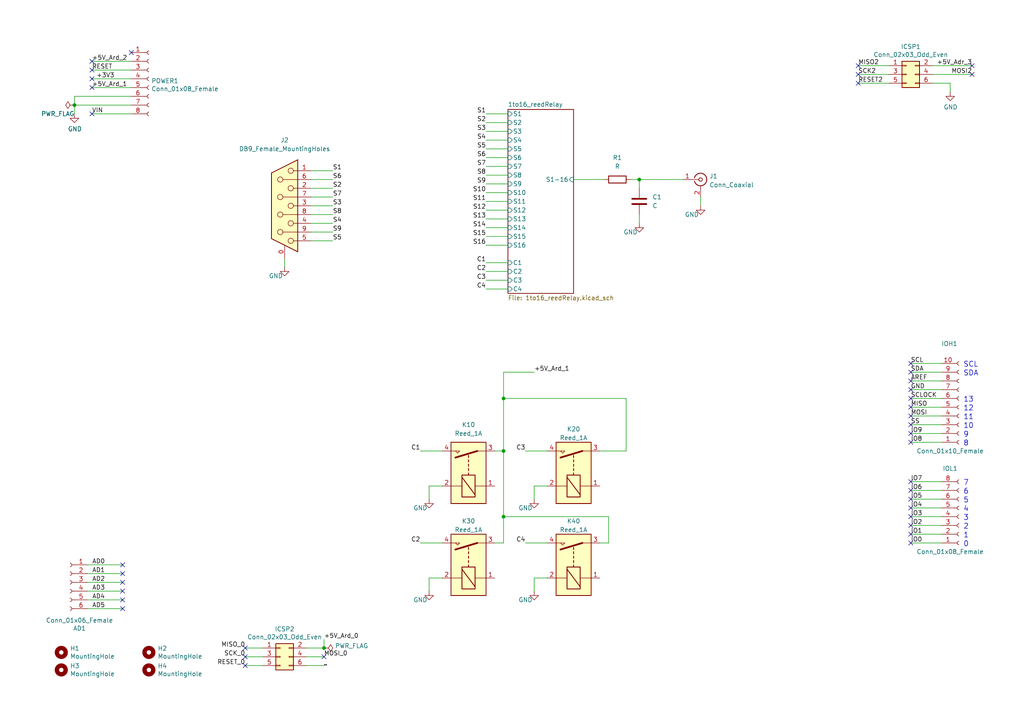
<source format=kicad_sch>
(kicad_sch (version 20211123) (generator eeschema)
  (paper "A4")
  (lib_symbols
    (symbol "Connector:Conn_01x06_Female" (pin_names (offset 1.016) hide)
      (property "Reference" "J" (at 0 7.62 0))
      (property "Value" "Conn_01x06_Female" (at 0 -10.16 0))
      (symbol "Conn_01x06_Female_1_1"
        (arc (start 0 -7.112) (mid -0.508 -7.62) (end 0 -8.128) (stroke (width 0.1524)))
        (arc (start 0 -4.572) (mid -0.508 -5.08) (end 0 -5.588) (stroke (width 0.1524)))
        (arc (start 0 -2.032) (mid -0.508 -2.54) (end 0 -3.048) (stroke (width 0.1524)))
        (polyline (pts (xy -1.27 -7.62) (xy -0.508 -7.62)) (stroke (width 0.1524)))
        (polyline (pts (xy -1.27 -5.08) (xy -0.508 -5.08)) (stroke (width 0.1524)))
        (polyline (pts (xy -1.27 -2.54) (xy -0.508 -2.54)) (stroke (width 0.1524)))
        (polyline (pts (xy -1.27 0) (xy -0.508 0)) (stroke (width 0.1524)))
        (polyline (pts (xy -1.27 2.54) (xy -0.508 2.54)) (stroke (width 0.1524)))
        (polyline (pts (xy -1.27 5.08) (xy -0.508 5.08)) (stroke (width 0.1524)))
        (arc (start 0 0.508) (mid -0.508 0) (end 0 -0.508) (stroke (width 0.1524)))
        (arc (start 0 3.048) (mid -0.508 2.54) (end 0 2.032) (stroke (width 0.1524)))
        (arc (start 0 5.588) (mid -0.508 5.08) (end 0 4.572) (stroke (width 0.1524)))
        (pin passive line (at -5.08 5.08 0) (length 3.81) (name "Pin_1") (number "1"))
        (pin passive line (at -5.08 2.54 0) (length 3.81) (name "Pin_2") (number "2"))
        (pin passive line (at -5.08 0 0) (length 3.81) (name "Pin_3") (number "3"))
        (pin passive line (at -5.08 -2.54 0) (length 3.81) (name "Pin_4") (number "4"))
        (pin passive line (at -5.08 -5.08 0) (length 3.81) (name "Pin_5") (number "5"))
        (pin passive line (at -5.08 -7.62 0) (length 3.81) (name "Pin_6") (number "6"))
      )
    )
    (symbol "Connector:Conn_01x08_Female" (pin_names (offset 1.016) hide)
      (property "Reference" "J" (at 0 10.16 0))
      (property "Value" "Conn_01x08_Female" (at 0 -12.7 0))
      (symbol "Conn_01x08_Female_1_1"
        (arc (start 0 -9.652) (mid -0.508 -10.16) (end 0 -10.668) (stroke (width 0.1524)))
        (arc (start 0 -7.112) (mid -0.508 -7.62) (end 0 -8.128) (stroke (width 0.1524)))
        (arc (start 0 -4.572) (mid -0.508 -5.08) (end 0 -5.588) (stroke (width 0.1524)))
        (arc (start 0 -2.032) (mid -0.508 -2.54) (end 0 -3.048) (stroke (width 0.1524)))
        (polyline (pts (xy -1.27 -10.16) (xy -0.508 -10.16)) (stroke (width 0.1524)))
        (polyline (pts (xy -1.27 -7.62) (xy -0.508 -7.62)) (stroke (width 0.1524)))
        (polyline (pts (xy -1.27 -5.08) (xy -0.508 -5.08)) (stroke (width 0.1524)))
        (polyline (pts (xy -1.27 -2.54) (xy -0.508 -2.54)) (stroke (width 0.1524)))
        (polyline (pts (xy -1.27 0) (xy -0.508 0)) (stroke (width 0.1524)))
        (polyline (pts (xy -1.27 2.54) (xy -0.508 2.54)) (stroke (width 0.1524)))
        (polyline (pts (xy -1.27 5.08) (xy -0.508 5.08)) (stroke (width 0.1524)))
        (polyline (pts (xy -1.27 7.62) (xy -0.508 7.62)) (stroke (width 0.1524)))
        (arc (start 0 0.508) (mid -0.508 0) (end 0 -0.508) (stroke (width 0.1524)))
        (arc (start 0 3.048) (mid -0.508 2.54) (end 0 2.032) (stroke (width 0.1524)))
        (arc (start 0 5.588) (mid -0.508 5.08) (end 0 4.572) (stroke (width 0.1524)))
        (arc (start 0 8.128) (mid -0.508 7.62) (end 0 7.112) (stroke (width 0.1524)))
        (pin passive line (at -5.08 7.62 0) (length 3.81) (name "Pin_1") (number "1"))
        (pin passive line (at -5.08 5.08 0) (length 3.81) (name "Pin_2") (number "2"))
        (pin passive line (at -5.08 2.54 0) (length 3.81) (name "Pin_3") (number "3"))
        (pin passive line (at -5.08 0 0) (length 3.81) (name "Pin_4") (number "4"))
        (pin passive line (at -5.08 -2.54 0) (length 3.81) (name "Pin_5") (number "5"))
        (pin passive line (at -5.08 -5.08 0) (length 3.81) (name "Pin_6") (number "6"))
        (pin passive line (at -5.08 -7.62 0) (length 3.81) (name "Pin_7") (number "7"))
        (pin passive line (at -5.08 -10.16 0) (length 3.81) (name "Pin_8") (number "8"))
      )
    )
    (symbol "Connector:Conn_01x10_Female" (pin_names (offset 1.016) hide)
      (property "Reference" "J" (at 0 12.7 0))
      (property "Value" "Conn_01x10_Female" (at 0 -15.24 0))
      (symbol "Conn_01x10_Female_1_1"
        (arc (start 0 -12.192) (mid -0.508 -12.7) (end 0 -13.208) (stroke (width 0.1524)))
        (arc (start 0 -9.652) (mid -0.508 -10.16) (end 0 -10.668) (stroke (width 0.1524)))
        (arc (start 0 -7.112) (mid -0.508 -7.62) (end 0 -8.128) (stroke (width 0.1524)))
        (arc (start 0 -4.572) (mid -0.508 -5.08) (end 0 -5.588) (stroke (width 0.1524)))
        (arc (start 0 -2.032) (mid -0.508 -2.54) (end 0 -3.048) (stroke (width 0.1524)))
        (polyline (pts (xy -1.27 -12.7) (xy -0.508 -12.7)) (stroke (width 0.1524)))
        (polyline (pts (xy -1.27 -10.16) (xy -0.508 -10.16)) (stroke (width 0.1524)))
        (polyline (pts (xy -1.27 -7.62) (xy -0.508 -7.62)) (stroke (width 0.1524)))
        (polyline (pts (xy -1.27 -5.08) (xy -0.508 -5.08)) (stroke (width 0.1524)))
        (polyline (pts (xy -1.27 -2.54) (xy -0.508 -2.54)) (stroke (width 0.1524)))
        (polyline (pts (xy -1.27 0) (xy -0.508 0)) (stroke (width 0.1524)))
        (polyline (pts (xy -1.27 2.54) (xy -0.508 2.54)) (stroke (width 0.1524)))
        (polyline (pts (xy -1.27 5.08) (xy -0.508 5.08)) (stroke (width 0.1524)))
        (polyline (pts (xy -1.27 7.62) (xy -0.508 7.62)) (stroke (width 0.1524)))
        (polyline (pts (xy -1.27 10.16) (xy -0.508 10.16)) (stroke (width 0.1524)))
        (arc (start 0 0.508) (mid -0.508 0) (end 0 -0.508) (stroke (width 0.1524)))
        (arc (start 0 3.048) (mid -0.508 2.54) (end 0 2.032) (stroke (width 0.1524)))
        (arc (start 0 5.588) (mid -0.508 5.08) (end 0 4.572) (stroke (width 0.1524)))
        (arc (start 0 8.128) (mid -0.508 7.62) (end 0 7.112) (stroke (width 0.1524)))
        (arc (start 0 10.668) (mid -0.508 10.16) (end 0 9.652) (stroke (width 0.1524)))
        (pin passive line (at -5.08 10.16 0) (length 3.81) (name "Pin_1") (number "1"))
        (pin passive line (at -5.08 -12.7 0) (length 3.81) (name "Pin_10") (number "10"))
        (pin passive line (at -5.08 7.62 0) (length 3.81) (name "Pin_2") (number "2"))
        (pin passive line (at -5.08 5.08 0) (length 3.81) (name "Pin_3") (number "3"))
        (pin passive line (at -5.08 2.54 0) (length 3.81) (name "Pin_4") (number "4"))
        (pin passive line (at -5.08 0 0) (length 3.81) (name "Pin_5") (number "5"))
        (pin passive line (at -5.08 -2.54 0) (length 3.81) (name "Pin_6") (number "6"))
        (pin passive line (at -5.08 -5.08 0) (length 3.81) (name "Pin_7") (number "7"))
        (pin passive line (at -5.08 -7.62 0) (length 3.81) (name "Pin_8") (number "8"))
        (pin passive line (at -5.08 -10.16 0) (length 3.81) (name "Pin_9") (number "9"))
      )
    )
    (symbol "Connector:Conn_Coaxial" (pin_names (offset 1.016) hide)
      (property "Reference" "J" (at 0.254 3.048 0))
      (property "Value" "Conn_Coaxial" (at 2.921 0 90))
      (symbol "Conn_Coaxial_0_1"
        (arc (start -1.778 -0.508) (mid 0.222 -1.808) (end 1.778 0) (stroke (width 0.254)))
        (polyline (pts (xy -2.54 0) (xy -0.508 0)))
        (polyline (pts (xy 0 -2.54) (xy 0 -1.778)))
        (circle (center 0 0) (radius 0.508) (stroke (width 0.2032)))
        (arc (start 1.778 0) (mid 0.222 1.8083) (end -1.778 0.508) (stroke (width 0.254)))
      )
      (symbol "Conn_Coaxial_1_1"
        (pin passive line (at -5.08 0 0) (length 2.54) (name "In") (number "1"))
        (pin passive line (at 0 -5.08 90) (length 2.54) (name "Ext") (number "2"))
      )
    )
    (symbol "Connector:DB9_Female_MountingHoles" (pin_names (offset 1.016) hide)
      (property "Reference" "J" (at 0 16.51 0))
      (property "Value" "DB9_Female_MountingHoles" (at 0 14.605 0))
      (symbol "DB9_Female_MountingHoles_0_1"
        (circle (center -1.778 -10.16) (radius 0.762))
        (circle (center -1.778 -5.08) (radius 0.762))
        (circle (center -1.778 0) (radius 0.762))
        (circle (center -1.778 5.08) (radius 0.762))
        (circle (center -1.778 10.16) (radius 0.762))
        (polyline (pts (xy -3.81 -10.16) (xy -2.54 -10.16)))
        (polyline (pts (xy -3.81 -7.62) (xy 0.508 -7.62)))
        (polyline (pts (xy -3.81 -5.08) (xy -2.54 -5.08)))
        (polyline (pts (xy -3.81 -2.54) (xy 0.508 -2.54)))
        (polyline (pts (xy -3.81 0) (xy -2.54 0)))
        (polyline (pts (xy -3.81 2.54) (xy 0.508 2.54)))
        (polyline (pts (xy -3.81 5.08) (xy -2.54 5.08)))
        (polyline (pts (xy -3.81 7.62) (xy 0.508 7.62)))
        (polyline (pts (xy -3.81 10.16) (xy -2.54 10.16)))
        (polyline (pts (xy -3.81 13.335) (xy -3.81 -13.335) (xy 3.81 -9.525) (xy 3.81 9.525) (xy -3.81 13.335)) (stroke (width 0.254)) (fill (type background)))
        (circle (center 1.27 -7.62) (radius 0.762))
        (circle (center 1.27 -2.54) (radius 0.762))
        (circle (center 1.27 2.54) (radius 0.762))
        (circle (center 1.27 7.62) (radius 0.762))
      )
      (symbol "DB9_Female_MountingHoles_1_1"
        (pin passive line (at 0 -15.24 90) (length 3.81) (name "PAD") (number "0"))
        (pin passive line (at -7.62 10.16 0) (length 3.81) (name "1") (number "1"))
        (pin passive line (at -7.62 5.08 0) (length 3.81) (name "2") (number "2"))
        (pin passive line (at -7.62 0 0) (length 3.81) (name "3") (number "3"))
        (pin passive line (at -7.62 -5.08 0) (length 3.81) (name "4") (number "4"))
        (pin passive line (at -7.62 -10.16 0) (length 3.81) (name "5") (number "5"))
        (pin passive line (at -7.62 7.62 0) (length 3.81) (name "6") (number "6"))
        (pin passive line (at -7.62 2.54 0) (length 3.81) (name "7") (number "7"))
        (pin passive line (at -7.62 -2.54 0) (length 3.81) (name "8") (number "8"))
        (pin passive line (at -7.62 -7.62 0) (length 3.81) (name "9") (number "9"))
      )
    )
    (symbol "Connector_Generic:Conn_02x03_Odd_Even" (pin_names (offset 1.016) hide)
      (property "Reference" "J" (at 1.27 5.08 0))
      (property "Value" "Conn_02x03_Odd_Even" (at 1.27 -5.08 0))
      (symbol "Conn_02x03_Odd_Even_1_1"
        (rectangle (start -1.27 -2.413) (end 0 -2.667) (stroke (width 0.1524)))
        (rectangle (start -1.27 0.127) (end 0 -0.127) (stroke (width 0.1524)))
        (rectangle (start -1.27 2.667) (end 0 2.413) (stroke (width 0.1524)))
        (rectangle (start -1.27 3.81) (end 3.81 -3.81) (stroke (width 0.254)) (fill (type background)))
        (rectangle (start 3.81 -2.413) (end 2.54 -2.667) (stroke (width 0.1524)))
        (rectangle (start 3.81 0.127) (end 2.54 -0.127) (stroke (width 0.1524)))
        (rectangle (start 3.81 2.667) (end 2.54 2.413) (stroke (width 0.1524)))
        (pin passive line (at -5.08 2.54 0) (length 3.81) (name "Pin_1") (number "1"))
        (pin passive line (at 7.62 2.54 180) (length 3.81) (name "Pin_2") (number "2"))
        (pin passive line (at -5.08 0 0) (length 3.81) (name "Pin_3") (number "3"))
        (pin passive line (at 7.62 0 180) (length 3.81) (name "Pin_4") (number "4"))
        (pin passive line (at -5.08 -2.54 0) (length 3.81) (name "Pin_5") (number "5"))
        (pin passive line (at 7.62 -2.54 180) (length 3.81) (name "Pin_6") (number "6"))
      )
    )
    (symbol "Device:C" (pin_numbers hide) (pin_names (offset 0.254))
      (property "Reference" "C" (at 0.635 2.54 0))
      (property "Value" "C" (at 0.635 -2.54 0))
      (symbol "C_0_1"
        (polyline (pts (xy -2.032 -0.762) (xy 2.032 -0.762)) (stroke (width 0.508)))
        (polyline (pts (xy -2.032 0.762) (xy 2.032 0.762)) (stroke (width 0.508)))
      )
      (symbol "C_1_1"
        (pin passive line (at 0 3.81 270) (length 2.794) (name "~") (number "1"))
        (pin passive line (at 0 -3.81 90) (length 2.794) (name "~") (number "2"))
      )
    )
    (symbol "Device:R" (pin_numbers hide) (pin_names (offset 0))
      (property "Reference" "R" (at 2.032 0 90))
      (property "Value" "R" (at 0 0 90))
      (symbol "R_0_1"
        (rectangle (start -1.016 -2.54) (end 1.016 2.54) (stroke (width 0.254)))
      )
      (symbol "R_1_1"
        (pin passive line (at 0 3.81 270) (length 1.27) (name "~") (number "1"))
        (pin passive line (at 0 -3.81 90) (length 1.27) (name "~") (number "2"))
      )
    )
    (symbol "LibPersoNadj:Relay_reed_SPST_1A_small"
      (property "Reference" "K20" (at 0 8.89 90))
      (property "Value" "Relay_reed_SPST_1A_small" (at 0 10.16 90))
      (symbol "Relay_reed_SPST_1A_small_0_0"
        (polyline (pts (xy 5.08 5.08) (xy 5.08 2.54) (xy 4.445 3.175) (xy 5.08 3.81)))
      )
      (symbol "Relay_reed_SPST_1A_small_0_1"
        (rectangle (start -10.16 5.08) (end 7.62 -5.08) (stroke (width 0.254)) (fill (type background)))
        (rectangle (start -8.255 1.905) (end -1.905 -1.905) (stroke (width 0.254)))
        (polyline (pts (xy -7.62 -1.905) (xy -2.54 1.905)) (stroke (width 0.254)))
        (polyline (pts (xy -5.08 -5.08) (xy -5.08 -1.905)))
        (polyline (pts (xy -5.08 5.08) (xy -5.08 1.905)))
        (polyline (pts (xy -1.905 0) (xy -1.27 0)) (stroke (width 0.254)))
        (polyline (pts (xy -0.635 0) (xy 0 0)) (stroke (width 0.254)))
        (polyline (pts (xy 0.635 0) (xy 1.27 0)) (stroke (width 0.254)))
        (polyline (pts (xy 1.905 0) (xy 2.54 0)) (stroke (width 0.254)))
        (polyline (pts (xy 3.175 0) (xy 3.81 0)) (stroke (width 0.254)))
        (polyline (pts (xy 5.08 -2.54) (xy 3.175 3.81)) (stroke (width 0.508)))
        (polyline (pts (xy 5.08 -2.54) (xy 5.08 -5.08)))
      )
      (symbol "Relay_reed_SPST_1A_small_1_1"
        (pin passive line (at -5.08 -7.62 90) (length 2.54) (name "~") (number "1"))
        (pin passive line (at -5.08 7.62 270) (length 2.54) (name "~") (number "2"))
        (pin passive line (at 5.08 -7.62 90) (length 2.54) (name "~") (number "3"))
        (pin passive line (at 5.08 7.62 270) (length 2.54) (name "~") (number "4"))
      )
    )
    (symbol "Mechanical:MountingHole" (pin_names (offset 1.016))
      (property "Reference" "H" (at 0 5.08 0))
      (property "Value" "MountingHole" (at 0 3.175 0))
      (symbol "MountingHole_0_1"
        (circle (center 0 0) (radius 1.27) (stroke (width 1.27)))
      )
    )
    (symbol "power:GND" (power) (pin_names (offset 0))
      (property "Value" "GND" (at 0 -3.81 0))
      (symbol "GND_0_1"
        (polyline (pts (xy 0 0) (xy 0 -1.27) (xy 1.27 -1.27) (xy 0 -2.54) (xy -1.27 -1.27) (xy 0 -1.27)))
      )
      (symbol "GND_1_1"
        (pin power_in line (at 0 0 270) (length 0) hide (name "GND") (number "1"))
      )
    )
    (symbol "power:PWR_FLAG" (power) (pin_numbers hide) (pin_names (offset 0) hide)
      (property "Value" "PWR_FLAG" (at 0 3.81 0))
      (symbol "PWR_FLAG_0_0"
        (pin power_out line (at 0 0 90) (length 0) (name "pwr") (number "1"))
      )
      (symbol "PWR_FLAG_0_1"
        (polyline (pts (xy 0 0) (xy 0 1.27) (xy -1.016 1.905) (xy 0 2.54) (xy 1.016 1.905) (xy 0 1.27)))
      )
    )
  )
  (junction (at 146.05 130.81))
  (junction (at 146.05 149.86))
  (junction (at 185.42 52.07))
  (junction (at 93.98 187.96))
  (junction (at 21.59 30.48))
  (junction (at 146.05 115.57))
  (no_connect (at 35.56 168.91))
  (no_connect (at 248.92 21.59))
  (no_connect (at 264.16 110.49))
  (no_connect (at 35.56 176.53))
  (no_connect (at 264.16 152.4))
  (no_connect (at 264.16 149.86))
  (no_connect (at 35.56 163.83))
  (no_connect (at 35.56 171.45))
  (no_connect (at 26.67 20.32))
  (no_connect (at 264.16 107.95))
  (no_connect (at 26.67 22.86))
  (no_connect (at 38.1 15.24))
  (no_connect (at 71.12 193.04))
  (no_connect (at 264.16 157.48))
  (no_connect (at 264.16 123.19))
  (no_connect (at 264.16 113.03))
  (no_connect (at 264.16 118.11))
  (no_connect (at 264.16 115.57))
  (no_connect (at 264.16 120.65))
  (no_connect (at 264.16 125.73))
  (no_connect (at 264.16 128.27))
  (no_connect (at 264.16 147.32))
  (no_connect (at 264.16 144.78))
  (no_connect (at 264.16 139.7))
  (no_connect (at 264.16 142.24))
  (no_connect (at 26.67 17.78))
  (no_connect (at 281.94 19.05))
  (no_connect (at 71.12 187.96))
  (no_connect (at 35.56 166.37))
  (no_connect (at 248.92 24.13))
  (no_connect (at 26.67 25.4))
  (no_connect (at 248.92 19.05))
  (no_connect (at 71.12 190.5))
  (no_connect (at 26.67 33.02))
  (no_connect (at 281.94 21.59))
  (no_connect (at 264.16 105.41))
  (no_connect (at 264.16 154.94))
  (no_connect (at 35.56 173.99))
  (no_connect (at 93.98 190.5))
  (wire (pts (xy 264.16 152.4) (xy 273.05 152.4)))
  (wire (pts (xy 140.97 33.02) (xy 147.32 33.02)))
  (wire (pts (xy 185.42 52.07) (xy 185.42 54.61)))
  (wire (pts (xy 140.97 48.26) (xy 147.32 48.26)))
  (wire (pts (xy 90.17 64.77) (xy 96.52 64.77)))
  (wire (pts (xy 176.53 149.86) (xy 146.05 149.86)))
  (wire (pts (xy 146.05 149.86) (xy 146.05 157.48)))
  (wire (pts (xy 140.97 45.72) (xy 147.32 45.72)))
  (wire (pts (xy 140.97 50.8) (xy 147.32 50.8)))
  (wire (pts (xy 173.99 130.81) (xy 181.61 130.81)))
  (wire (pts (xy 90.17 62.23) (xy 96.52 62.23)))
  (wire (pts (xy 140.97 55.88) (xy 147.32 55.88)))
  (wire (pts (xy 76.2 190.5) (xy 71.12 190.5)))
  (wire (pts (xy 140.97 83.82) (xy 147.32 83.82)))
  (wire (pts (xy 21.59 27.94) (xy 21.59 30.48)))
  (wire (pts (xy 264.16 128.27) (xy 273.05 128.27)))
  (wire (pts (xy 264.16 154.94) (xy 273.05 154.94)))
  (wire (pts (xy 93.98 193.04) (xy 88.9 193.04)))
  (wire (pts (xy 76.2 187.96) (xy 71.12 187.96)))
  (wire (pts (xy 88.9 190.5) (xy 93.98 190.5)))
  (wire (pts (xy 140.97 35.56) (xy 147.32 35.56)))
  (wire (pts (xy 140.97 68.58) (xy 147.32 68.58)))
  (wire (pts (xy 264.16 144.78) (xy 273.05 144.78)))
  (wire (pts (xy 264.16 110.49) (xy 273.05 110.49)))
  (wire (pts (xy 124.46 167.64) (xy 124.46 171.45)))
  (wire (pts (xy 182.88 52.07) (xy 185.42 52.07)))
  (wire (pts (xy 143.51 130.81) (xy 146.05 130.81)))
  (wire (pts (xy 264.16 105.41) (xy 273.05 105.41)))
  (wire (pts (xy 270.51 21.59) (xy 281.94 21.59)))
  (wire (pts (xy 158.75 140.97) (xy 154.94 140.97)))
  (wire (pts (xy 264.16 115.57) (xy 273.05 115.57)))
  (wire (pts (xy 264.16 120.65) (xy 273.05 120.65)))
  (wire (pts (xy 264.16 118.11) (xy 273.05 118.11)))
  (wire (pts (xy 270.51 19.05) (xy 281.94 19.05)))
  (wire (pts (xy 90.17 54.61) (xy 96.52 54.61)))
  (wire (pts (xy 173.99 157.48) (xy 176.53 157.48)))
  (wire (pts (xy 140.97 60.96) (xy 147.32 60.96)))
  (wire (pts (xy 264.16 142.24) (xy 273.05 142.24)))
  (wire (pts (xy 25.4 163.83) (xy 35.56 163.83)))
  (wire (pts (xy 152.4 157.48) (xy 158.75 157.48)))
  (wire (pts (xy 90.17 49.53) (xy 96.52 49.53)))
  (wire (pts (xy 128.27 140.97) (xy 124.46 140.97)))
  (wire (pts (xy 146.05 130.81) (xy 146.05 149.86)))
  (wire (pts (xy 140.97 71.12) (xy 147.32 71.12)))
  (wire (pts (xy 26.67 17.78) (xy 38.1 17.78)))
  (wire (pts (xy 140.97 76.2) (xy 147.32 76.2)))
  (wire (pts (xy 121.92 130.81) (xy 128.27 130.81)))
  (wire (pts (xy 21.59 30.48) (xy 21.59 33.02)))
  (wire (pts (xy 264.16 125.73) (xy 273.05 125.73)))
  (wire (pts (xy 146.05 157.48) (xy 143.51 157.48)))
  (wire (pts (xy 90.17 57.15) (xy 96.52 57.15)))
  (wire (pts (xy 185.42 52.07) (xy 198.12 52.07)))
  (wire (pts (xy 140.97 40.64) (xy 147.32 40.64)))
  (wire (pts (xy 140.97 78.74) (xy 147.32 78.74)))
  (wire (pts (xy 273.05 113.03) (xy 264.16 113.03)))
  (wire (pts (xy 93.98 185.42) (xy 93.98 187.96)))
  (wire (pts (xy 248.92 21.59) (xy 257.81 21.59)))
  (wire (pts (xy 203.2 57.15) (xy 203.2 59.69)))
  (wire (pts (xy 264.16 139.7) (xy 273.05 139.7)))
  (wire (pts (xy 124.46 140.97) (xy 124.46 144.78)))
  (wire (pts (xy 82.55 74.93) (xy 82.55 77.47)))
  (wire (pts (xy 248.92 19.05) (xy 257.81 19.05)))
  (wire (pts (xy 154.94 167.64) (xy 154.94 171.45)))
  (wire (pts (xy 26.67 33.02) (xy 38.1 33.02)))
  (wire (pts (xy 275.59 24.13) (xy 275.59 26.67)))
  (wire (pts (xy 90.17 67.31) (xy 96.52 67.31)))
  (wire (pts (xy 35.56 166.37) (xy 25.4 166.37)))
  (wire (pts (xy 140.97 43.18) (xy 147.32 43.18)))
  (wire (pts (xy 93.98 187.96) (xy 88.9 187.96)))
  (wire (pts (xy 166.37 52.07) (xy 175.26 52.07)))
  (wire (pts (xy 146.05 107.95) (xy 146.05 115.57)))
  (wire (pts (xy 264.16 107.95) (xy 273.05 107.95)))
  (wire (pts (xy 154.94 140.97) (xy 154.94 144.78)))
  (wire (pts (xy 26.67 25.4) (xy 38.1 25.4)))
  (wire (pts (xy 185.42 62.23) (xy 185.42 64.77)))
  (wire (pts (xy 264.16 147.32) (xy 273.05 147.32)))
  (wire (pts (xy 140.97 58.42) (xy 147.32 58.42)))
  (wire (pts (xy 26.67 20.32) (xy 38.1 20.32)))
  (wire (pts (xy 264.16 123.19) (xy 273.05 123.19)))
  (wire (pts (xy 140.97 53.34) (xy 147.32 53.34)))
  (wire (pts (xy 25.4 171.45) (xy 35.56 171.45)))
  (wire (pts (xy 154.94 107.95) (xy 146.05 107.95)))
  (wire (pts (xy 176.53 157.48) (xy 176.53 149.86)))
  (wire (pts (xy 264.16 157.48) (xy 273.05 157.48)))
  (wire (pts (xy 90.17 52.07) (xy 96.52 52.07)))
  (wire (pts (xy 71.12 193.04) (xy 76.2 193.04)))
  (wire (pts (xy 38.1 27.94) (xy 21.59 27.94)))
  (wire (pts (xy 35.56 168.91) (xy 25.4 168.91)))
  (wire (pts (xy 90.17 69.85) (xy 96.52 69.85)))
  (wire (pts (xy 270.51 24.13) (xy 275.59 24.13)))
  (wire (pts (xy 181.61 115.57) (xy 146.05 115.57)))
  (wire (pts (xy 35.56 176.53) (xy 25.4 176.53)))
  (wire (pts (xy 140.97 63.5) (xy 147.32 63.5)))
  (wire (pts (xy 140.97 38.1) (xy 147.32 38.1)))
  (wire (pts (xy 128.27 167.64) (xy 124.46 167.64)))
  (wire (pts (xy 248.92 24.13) (xy 257.81 24.13)))
  (wire (pts (xy 38.1 22.86) (xy 26.67 22.86)))
  (wire (pts (xy 90.17 59.69) (xy 96.52 59.69)))
  (wire (pts (xy 158.75 167.64) (xy 154.94 167.64)))
  (wire (pts (xy 264.16 149.86) (xy 273.05 149.86)))
  (wire (pts (xy 152.4 130.81) (xy 158.75 130.81)))
  (wire (pts (xy 146.05 115.57) (xy 146.05 130.81)))
  (wire (pts (xy 38.1 30.48) (xy 21.59 30.48)))
  (wire (pts (xy 140.97 66.04) (xy 147.32 66.04)))
  (wire (pts (xy 140.97 81.28) (xy 147.32 81.28)))
  (wire (pts (xy 35.56 173.99) (xy 25.4 173.99)))
  (wire (pts (xy 121.92 157.48) (xy 128.27 157.48)))
  (wire (pts (xy 181.61 130.81) (xy 181.61 115.57)))
  (text "4" (at 279.4 148.59 0) (effects (font (size 1.4986 1.4986)) (justify left bottom)))
  (text "8" (at 279.4 129.54 0) (effects (font (size 1.4986 1.4986)) (justify left bottom)))
  (text "7" (at 279.4 140.97 0) (effects (font (size 1.4986 1.4986)) (justify left bottom)))
  (text "10" (at 279.4 124.46 0) (effects (font (size 1.4986 1.4986)) (justify left bottom)))
  (text "0" (at 279.4 158.75 0) (effects (font (size 1.4986 1.4986)) (justify left bottom)))
  (text "9" (at 279.4 127 0) (effects (font (size 1.4986 1.4986)) (justify left bottom)))
  (text "13" (at 279.4 116.84 0) (effects (font (size 1.4986 1.4986)) (justify left bottom)))
  (text "SDA" (at 279.4 109.22 0) (effects (font (size 1.4986 1.4986)) (justify left bottom)))
  (text "3" (at 279.4 151.13 0) (effects (font (size 1.4986 1.4986)) (justify left bottom)))
  (text "5" (at 279.4 146.05 0) (effects (font (size 1.4986 1.4986)) (justify left bottom)))
  (text "11" (at 279.4 121.92 0) (effects (font (size 1.4986 1.4986)) (justify left bottom)))
  (text "2" (at 279.4 153.67 0) (effects (font (size 1.4986 1.4986)) (justify left bottom)))
  (text "1" (at 279.4 156.21 0) (effects (font (size 1.4986 1.4986)) (justify left bottom)))
  (text "SCL" (at 279.4 106.68 0) (effects (font (size 1.4986 1.4986)) (justify left bottom)))
  (text "6" (at 279.4 143.51 0) (effects (font (size 1.4986 1.4986)) (justify left bottom)))
  (text "12" (at 279.4 119.38 0) (effects (font (size 1.4986 1.4986)) (justify left bottom)))
  (label "S3" (at 140.97 38.1 180))
  (label "IO5" (at 264.16 144.78 0))
  (label "S5" (at 140.97 43.18 180))
  (label "+3V3" (at 27.94 22.86 0))
  (label "C2" (at 140.97 78.74 180))
  (label "C4" (at 152.4 157.48 180))
  (label "MISO_0" (at 71.12 187.96 180))
  (label "IO8" (at 264.16 128.27 0))
  (label "AD1" (at 30.48 166.37 180))
  (label "S2" (at 96.52 54.61 0))
  (label "RESET_0" (at 71.12 193.04 180))
  (label "MOSI" (at 264.16 120.65 0))
  (label "C3" (at 140.97 81.28 180))
  (label "AD5" (at 30.48 176.53 180))
  (label "IO7" (at 264.16 139.7 0))
  (label "MISO" (at 264.16 118.11 0))
  (label "C4" (at 140.97 83.82 180))
  (label "IO9" (at 264.16 125.73 0))
  (label "SCK2" (at 248.92 21.59 0))
  (label "AREF" (at 264.16 110.49 0))
  (label "IO0" (at 264.16 157.48 0))
  (label "S16" (at 140.97 71.12 180))
  (label "+5V_Ard_0" (at 93.98 185.42 0) (effects (font (size 1.2446 1.2446))))
  (label "C1" (at 121.92 130.81 180))
  (label "S1" (at 140.97 33.02 180))
  (label "S10" (at 140.97 55.88 180))
  (label "AD3" (at 30.48 171.45 180))
  (label "+5V_Ard_1" (at 154.94 107.95 0))
  (label "S1" (at 96.52 49.53 0))
  (label "S13" (at 140.97 63.5 180))
  (label "S11" (at 140.97 58.42 180))
  (label "S9" (at 140.97 53.34 180))
  (label "S8" (at 96.52 62.23 0))
  (label "RESET" (at 26.67 20.32 0))
  (label "S15" (at 140.97 68.58 180))
  (label "SCL" (at 264.16 105.41 0))
  (label "S5" (at 96.52 69.85 0))
  (label "S6" (at 140.97 45.72 180))
  (label "IO4" (at 264.16 147.32 0))
  (label "MOSI2" (at 281.94 21.59 180))
  (label "+5V_Ard_1" (at 26.67 25.4 0))
  (label "VIN" (at 26.67 33.02 0))
  (label "S6" (at 96.52 52.07 0))
  (label "SCK_0" (at 71.12 190.5 180))
  (label "S7" (at 96.52 57.15 0))
  (label "S4" (at 96.52 64.77 0))
  (label "S4" (at 140.97 40.64 180))
  (label "IO3" (at 264.16 149.86 0))
  (label "GND" (at 264.16 113.03 0))
  (label "S2" (at 140.97 35.56 180))
  (label "SS" (at 264.16 123.19 0))
  (label "IO6" (at 264.16 142.24 0))
  (label "S7" (at 140.97 48.26 180))
  (label "IO2" (at 264.16 152.4 0))
  (label "RESET2" (at 248.92 24.13 0))
  (label "S3" (at 96.52 59.69 0))
  (label "MOSI_0" (at 93.98 190.5 0) (effects (font (size 1.2446 1.2446))))
  (label "IO1" (at 264.16 154.94 0))
  (label "MISO2" (at 248.92 19.05 0))
  (label "AD0" (at 30.48 163.83 180))
  (label "SCLOCK" (at 264.16 115.57 0))
  (label "AD2" (at 30.48 168.91 180))
  (label "+5V_Adr_3" (at 281.94 19.05 180))
  (label "SDA" (at 264.16 107.95 0))
  (label "AD4" (at 30.48 173.99 180))
  (label "S8" (at 140.97 50.8 180))
  (label "C2" (at 121.92 157.48 180))
  (label "C1" (at 140.97 76.2 180))
  (label "S14" (at 140.97 66.04 180))
  (label "+5V_Ard_2" (at 26.67 17.78 0))
  (label "GND" (at 93.98 193.04 0) (effects (font (size 0.254 0.254))))
  (label "C3" (at 152.4 130.81 180))
  (label "S9" (at 96.52 67.31 0))
  (label "S12" (at 140.97 60.96 180))
  (symbol (lib_id "Mechanical:MountingHole") (at 17.78 189.23 0) (unit 1)
    (property "Reference" "H1" (at 20.32 188.0616 0) (effects (justify left)))
    (property "Value" "MountingHole" (at 20.32 190.373 0) (effects (justify left)))
    (property "Footprint" "MountingHole:MountingHole_3mm" (effects hide))
  )
  (symbol (lib_id "Mechanical:MountingHole") (at 43.18 194.31 0) (unit 1)
    (property "Reference" "H4" (at 45.72 193.1416 0) (effects (justify left)))
    (property "Value" "MountingHole" (at 45.72 195.453 0) (effects (justify left)))
    (property "Footprint" "MountingHole:MountingHole_3mm" (effects hide))
  )
  (symbol (lib_id "Mechanical:MountingHole") (at 43.18 189.23 0) (unit 1)
    (property "Reference" "H2" (at 45.72 188.0616 0) (effects (justify left)))
    (property "Value" "MountingHole" (at 45.72 190.373 0) (effects (justify left)))
    (property "Footprint" "MountingHole:MountingHole_3mm" (effects hide))
  )
  (symbol (lib_id "Mechanical:MountingHole") (at 17.78 194.31 0) (unit 1)
    (property "Reference" "H3" (at 20.32 193.1416 0) (effects (justify left)))
    (property "Value" "MountingHole" (at 20.32 195.453 0) (effects (justify left)))
    (property "Footprint" "MountingHole:MountingHole_3mm" (effects hide))
  )
  (symbol (lib_id "Connector:Conn_01x06_Female") (at 20.32 168.91 0) (mirror y) (unit 1)
    (property "Reference" "AD1" (at 23.0632 182.245 0))
    (property "Value" "Conn_01x06_Female" (at 23.0632 179.9336 0))
    (property "Footprint" "Connector_PinHeader_2.54mm:PinHeader_1x06_P2.54mm_Vertical" (effects hide))
  )
  (symbol (lib_id "Connector:Conn_01x08_Female") (at 278.13 149.86 0) (mirror x) (unit 1)
    (property "Reference" "IOL1" (at 275.59 135.89 0))
    (property "Value" "Conn_01x08_Female" (at 275.59 160.02 0))
    (property "Footprint" "Connector_PinHeader_2.54mm:PinHeader_1x08_P2.54mm_Vertical" (effects hide))
  )
  (symbol (lib_id "Connector:Conn_01x08_Female") (at 43.18 22.86 0) (unit 1)
    (property "Reference" "POWER1" (at 43.8912 23.4696 0) (effects (justify left)))
    (property "Value" "Conn_01x08_Female" (at 43.8912 25.781 0) (effects (justify left)))
    (property "Footprint" "Connector_PinHeader_2.54mm:PinHeader_1x08_P2.54mm_Vertical" (effects hide))
  )
  (symbol (lib_id "Connector:Conn_01x10_Female") (at 278.13 118.11 0) (mirror x) (unit 1)
    (property "Reference" "IOH1" (at 275.3868 99.695 0))
    (property "Value" "Conn_01x10_Female" (at 275.59 130.81 0))
    (property "Footprint" "Connector_PinHeader_2.54mm:PinHeader_1x10_P2.54mm_Vertical" (effects hide))
  )
  (symbol (lib_id "Connector_Generic:Conn_02x03_Odd_Even") (at 262.89 21.59 0) (unit 1)
    (property "Reference" "ICSP1" (at 264.16 13.5382 0))
    (property "Value" "Conn_02x03_Odd_Even" (at 264.16 15.8496 0))
    (property "Footprint" "Connector_PinSocket_2.54mm:PinSocket_2x03_P2.54mm_Vertical" (effects hide))
  )
  (symbol (lib_id "Connector_Generic:Conn_02x03_Odd_Even") (at 81.28 190.5 0) (unit 1)
    (property "Reference" "ICSP2" (at 82.55 182.4482 0))
    (property "Value" "Conn_02x03_Odd_Even" (at 82.55 184.7596 0))
    (property "Footprint" "Connector_PinSocket_2.54mm:PinSocket_2x03_P2.54mm_Vertical" (effects hide))
  )
  (symbol (lib_id "power:PWR_FLAG") (at 93.98 187.96 270) (unit 1)
    (property "Reference" "#FLG0102" (effects hide))
    (property "Value" "PWR_FLAG" (at 97.155 187.325 90) (effects (justify left)))
  )
  (symbol (lib_id "power:PWR_FLAG") (at 21.59 30.48 90) (unit 1)
    (property "Reference" "#FLG0103" (effects hide))
    (property "Value" "PWR_FLAG" (at 21.59 33.02 90) (effects (justify left)))
  )
  (symbol (lib_id "power:GND") (at 21.59 33.02 0) (unit 1)
    (property "Reference" "#PWR0101" (effects hide))
    (property "Value" "GND" (at 21.717 37.4142 0))
  )
  (symbol (lib_id "power:GND") (at 275.59 26.67 0) (unit 1)
    (property "Reference" "#PWR0103" (effects hide))
    (property "Value" "GND" (at 275.717 31.0642 0))
  )
  (symbol (lib_id "LibPersoNadj:Relay_reed_SPST_1A_small") (at 166.37 135.89 90) (unit 1)
    (property "Reference" "K20" (at 166.37 124.46 90))
    (property "Value" "Reed_1A" (at 166.37 127 90))
    (property "Footprint" "LibPersoNadj:Relay_reed_comus_3570" (effects hide))
    (property "Datasheet" "https://comus-intl.com/wp-content/uploads/2016/04/3570-1517.pdf" (effects hide))
  )
  (symbol (lib_id "LibPersoNadj:Relay_reed_SPST_1A_small") (at 135.89 135.89 90) (unit 1)
    (property "Reference" "K10" (at 135.89 123.19 90))
    (property "Value" "Reed_1A" (at 135.89 125.73 90))
    (property "Footprint" "LibPersoNadj:Relay_reed_comus_3570" (effects hide))
    (property "Datasheet" "https://comus-intl.com/wp-content/uploads/2016/04/3570-1517.pdf" (effects hide))
  )
  (symbol (lib_id "Connector:DB9_Female_MountingHoles") (at 82.55 59.69 0) (mirror y) (unit 1)
    (property "Reference" "J2" (at 82.55 40.64 0))
    (property "Value" "DB9_Female_MountingHoles" (at 82.55 43.18 0))
    (property "Footprint" "Connector_Dsub:DSUB-9_Female_Horizontal_P2.77x2.84mm_EdgePinOffset4.94mm_Housed_MountingHolesOffset7.48mm" (effects hide))
    (property "Datasheet" " ~" (effects hide))
  )
  (symbol (lib_id "power:GND") (at 185.42 64.77 0) (unit 1)
    (property "Reference" "#PWR0102" (effects hide))
    (property "Value" "GND" (at 182.88 67.31 0))
  )
  (symbol (lib_id "LibPersoNadj:Relay_reed_SPST_1A_small") (at 135.89 162.56 90) (unit 1)
    (property "Reference" "K30" (at 135.89 151.13 90))
    (property "Value" "Reed_1A" (at 135.89 153.67 90))
    (property "Footprint" "LibPersoNadj:Relay_reed_comus_3570" (effects hide))
    (property "Datasheet" "https://comus-intl.com/wp-content/uploads/2016/04/3570-1517.pdf" (effects hide))
  )
  (symbol (lib_id "power:GND") (at 154.94 144.78 0) (unit 1)
    (property "Reference" "#PWR?" (effects hide))
    (property "Value" "GND" (at 152.4 147.32 0))
  )
  (symbol (lib_id "power:GND") (at 124.46 144.78 0) (unit 1)
    (property "Reference" "#PWR?" (effects hide))
    (property "Value" "GND" (at 121.92 147.32 0))
  )
  (symbol (lib_id "Connector:Conn_Coaxial") (at 203.2 52.07 0) (unit 1)
    (property "Reference" "J1" (at 205.74 51.0931 0) (effects (justify left)))
    (property "Value" "Conn_Coaxial" (at 205.74 53.6331 0) (effects (justify left)))
    (property "Footprint" "Connector_Coaxial:SMA_Molex_73251-2120_EdgeMount_Horizontal" (effects hide))
    (property "Datasheet" " ~" (effects hide))
  )
  (symbol (lib_id "Device:C") (at 185.42 58.42 0) (unit 1)
    (property "Reference" "C1" (at 189.23 57.1499 0) (effects (justify left)))
    (property "Value" "C" (at 189.23 59.6899 0) (effects (justify left)))
    (property "Footprint" "Capacitor_SMD:C_0603_1608Metric_Pad1.08x0.95mm_HandSolder" (effects hide))
  )
  (symbol (lib_id "Device:R") (at 179.07 52.07 90) (unit 1)
    (property "Reference" "R1" (at 179.07 45.72 90))
    (property "Value" "R" (at 179.07 48.26 90))
    (property "Footprint" "Resistor_SMD:R_0603_1608Metric_Pad0.98x0.95mm_HandSolder" (effects hide))
  )
  (symbol (lib_id "power:GND") (at 154.94 171.45 0) (unit 1)
    (property "Reference" "#PWR?" (effects hide))
    (property "Value" "GND" (at 152.4 173.99 0))
  )
  (symbol (lib_id "LibPersoNadj:Relay_reed_SPST_1A_small") (at 166.37 162.56 90) (unit 1)
    (property "Reference" "K40" (at 166.37 151.13 90))
    (property "Value" "Reed_1A" (at 166.37 153.67 90))
    (property "Footprint" "LibPersoNadj:Relay_reed_comus_3570" (effects hide))
    (property "Datasheet" "https://comus-intl.com/wp-content/uploads/2016/04/3570-1517.pdf" (effects hide))
  )
  (symbol (lib_id "power:GND") (at 203.2 59.69 0) (unit 1)
    (property "Reference" "#PWR0105" (effects hide))
    (property "Value" "GND" (at 200.66 62.23 0))
  )
  (symbol (lib_id "power:GND") (at 124.46 171.45 0) (unit 1)
    (property "Reference" "#PWR?" (effects hide))
    (property "Value" "GND" (at 121.92 173.99 0))
  )
  (symbol (lib_id "power:GND") (at 82.55 77.47 0) (unit 1)
    (property "Reference" "#PWR0104" (effects hide))
    (property "Value" "GND" (at 80.01 80.01 0))
  )
  (sheet (at 147.32 31.75) (size 19.05 53.34) (stroke (width 0.1524))
    (property "Sheet name" "1to16_reedRelay" (at 147.32 31.0384 0) (effects (justify left bottom)))
    (property "Sheet file" "1to16_reedRelay.kicad_sch" (at 147.32 85.6746 0) (effects (justify left top)))
    (pin "S1" input (at 147.32 33.02 180))
    (pin "S2" input (at 147.32 35.56 180))
    (pin "S3" input (at 147.32 38.1 180))
    (pin "S4" input (at 147.32 40.64 180))
    (pin "C3" input (at 147.32 81.28 180))
    (pin "C4" input (at 147.32 83.82 180))
    (pin "S7" input (at 147.32 48.26 180))
    (pin "S5" input (at 147.32 43.18 180))
    (pin "S6" input (at 147.32 45.72 180))
    (pin "S8" input (at 147.32 50.8 180))
    (pin "S11" input (at 147.32 58.42 180))
    (pin "S12" input (at 147.32 60.96 180))
    (pin "S9" input (at 147.32 53.34 180))
    (pin "S10" input (at 147.32 55.88 180))
    (pin "S13" input (at 147.32 63.5 180))
    (pin "S15" input (at 147.32 68.58 180))
    (pin "S14" input (at 147.32 66.04 180))
    (pin "S16" input (at 147.32 71.12 180))
    (pin "C1" input (at 147.32 76.2 180))
    (pin "C2" input (at 147.32 78.74 180))
    (pin "S1-16" input (at 166.37 52.07 0))
  )
)
</source>
